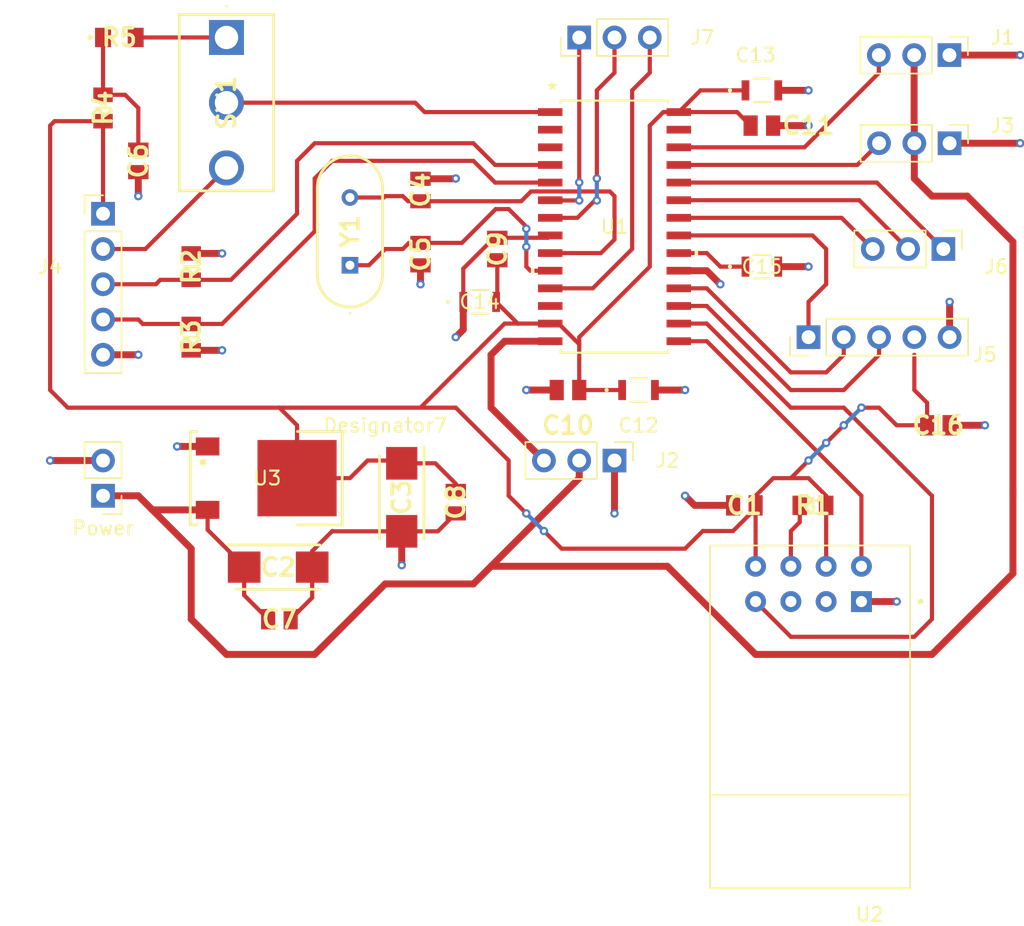
<source format=kicad_pcb>
(kicad_pcb (version 20240108) (generator "pcbnew") (generator_version "8.0")
  (layers (0 "F.Cu" signal) (31 "B.Cu" power) (34 "B.Paste" user) (35 "F.Paste" user) (36 "B.SilkS" user "B.Silkscreen") (37 "F.SilkS" user "F.Silkscreen") (38 "B.Mask" user) (39 "F.Mask" user) (44 "Edge.Cuts" user))
  (net 0 "")
  (net 1 "Net-(C3-+)")
  (net 2 "GND")
  (net 3 "Net-(C2-+)")
  (net 4 "Net-(U1-OSCI{slash}CLKI{slash}C1IND{slash}RA2)")
  (net 5 "Net-(U1-OSCO{slash}CLKO{slash}C2IND{slash}RA3)")
  (net 6 "Net-(C6-Pad2)")
  (net 7 "Net-(U1-VCAP)")
  (net 8 "Net-(J1-Pin_3)")
  (net 9 "Net-(J2-Pin_3)")
  (net 10 "Net-(J3-Pin_3)")
  (net 11 "Net-(J4-Pin_2)")
  (net 12 "Net-(J4-Pin_4)")
  (net 13 "Net-(J4-Pin_3)")
  (net 14 "/SDA")
  (net 15 "Net-(J5-Pin_1)")
  (net 16 "/SCL")
  (net 17 "Net-(J6-Pin_2)")
  (net 18 "Net-(J6-Pin_1)")
  (net 19 "Net-(J6-Pin_3)")
  (net 20 "Net-(J7-Pin_3)")
  (net 21 "Net-(J7-Pin_1)")
  (net 22 "Net-(J7-Pin_2)")
  (net 23 "Net-(U2-~{RST})")
  (net 24 "Net-(SW1-A)")
  (net 25 "Net-(U1-PGC3{slash}RP6{slash}ASCL1{slash}OCM1F{slash}RB6)")
  (net 29 "Net-(SW1-B)")
  (net 30 "Net-(U1-RP7{slash}OCM1A{slash}CTED3{slash}INT0{slash}RB7)")
  (footprint "330ohm:ERJP06D1000V" (layer "F.Cu") (at 115.475 79.11)
    (property "Reference" "R5" (at 0 0 0) (layer "F.SilkS") (effects (font (size 1.27 1.27) (thickness 0.254))))
    (property "Value" "330" (hide yes))
    (pad "1" smd rect (at -1.175 0) (size 1.15 1.4) (layers "F.Cu" "F.Paste" "F.Mask") (net 6 "Net-(C6-Pad2)"))
    (pad "2" smd rect (at 1.175 0) (size 1.15 1.4) (layers "F.Cu" "F.Paste" "F.Mask") (net 24 "Net-(SW1-A)"))
  )
  (footprint "10kohm:RESC2012X70N" (layer "F.Cu") (at 165.42 112.82 180)
    (property "Reference" "R1" (at 0 0 360) (layer "F.SilkS") (effects (font (size 1.27 1.27) (thickness 0.254))))
    (property "Value" "10k" (hide yes))
    (pad "1" smd rect (at -0.95 0 180) (size 1.05 1.4) (layers "F.Cu" "F.Paste" "F.Mask") (net 1 "Net-(C3-+)"))
    (pad "2" smd rect (at 0.95 0 180) (size 1.05 1.4) (layers "F.Cu" "F.Paste" "F.Mask") (net 23 "Net-(U2-~{RST})"))
  )
  (footprint "10uFtantalum:CAPPM6032X280N" (layer "F.Cu") (at 135.809995 112.24 -90)
    (property "Reference" "C3" (at 0 0 90) (layer "F.SilkS") (effects (font (size 1.27 1.27) (thickness 0.254))))
    (property "Value" "10u" (hide yes))
    (pad "1" smd rect (at -2.45 0) (size 2.25 2.35) (layers "F.Cu" "F.Paste" "F.Mask") (net 1 "Net-(C3-+)"))
    (pad "2" smd rect (at 2.45 0) (size 2.25 2.35) (layers "F.Cu" "F.Paste" "F.Mask") (net 2 "GND"))
  )
  (footprint "twostateswitch:SLW12768644AD" (layer "F.Cu") (at 123.19 79.11 -90)
    (property "Reference" "SW1" (at 4.7 0 90) (layer "F.SilkS") (effects (font (size 1.27 1.27) (thickness 0.254))))
    (property "Value" "SW_SPDT" (hide yes))
    (pad "1" thru_hole rect (at 0 0 270) (size 2.52 2.52) (drill 1.68) (layers "*.Cu" "*.Mask") (net 24 "Net-(SW1-A)"))
    (pad "2" thru_hole circle (at 4.7 0 270) (size 2.52 2.52) (drill 1.68) (layers "*.Cu" "*.Mask") (net 29 "Net-(SW1-B)"))
    (pad "3" thru_hole circle (at 9.4 0 270) (size 2.52 2.52) (drill 1.68) (layers "*.Cu" "*.Mask") (net 11 "Net-(J4-Pin_2)"))
  )
  (footprint "0.1uF:CAPC2012X94N" (layer "F.Cu") (at 116.84 88 90)
    (property "Reference" "C6" (at 0 0 90) (layer "F.SilkS") (effects (font (size 1.27 1.27) (thickness 0.254))))
    (property "Value" "0.1u" (hide yes))
    (pad "1" smd rect (at -0.81 0 90) (size 1.02 1.47) (layers "F.Cu" "F.Paste" "F.Mask") (net 2 "GND"))
    (pad "2" smd rect (at 0.81 0 90) (size 1.02 1.47) (layers "F.Cu" "F.Paste" "F.Mask") (net 6 "Net-(C6-Pad2)"))
  )
  (footprint "0.1uF:CAPC2012X94N" (layer "F.Cu") (at 161.74085 85.46 180)
    (property "Reference" "C11" (at -3.35915 0 360) (layer "F.SilkS") (effects (font (size 1.27 1.27) (thickness 0.254))))
    (property "Value" "0.1u" (hide yes))
    (pad "1" smd rect (at -0.81 0 180) (size 1.02 1.47) (layers "F.Cu" "F.Paste" "F.Mask") (net 2 "GND"))
    (pad "2" smd rect (at 0.81 0 180) (size 1.02 1.47) (layers "F.Cu" "F.Paste" "F.Mask") (net 1 "Net-(C3-+)"))
  )
  (footprint "10kohm:RESC2012X70N" (layer "F.Cu") (at 120.65 95.62 90)
    (property "Reference" "R2" (at 0 0 90) (layer "F.SilkS") (effects (font (size 1.27 1.27) (thickness 0.254))))
    (property "Value" "10k" (hide yes))
    (pad "1" smd rect (at -0.95 0 90) (size 1.05 1.4) (layers "F.Cu" "F.Paste" "F.Mask") (net 13 "Net-(J4-Pin_3)"))
    (pad "2" smd rect (at 0.95 0 90) (size 1.05 1.4) (layers "F.Cu" "F.Paste" "F.Mask") (net 2 "GND"))
  )
  (footprint "0.1uF:CAPC2012X94N" (layer "F.Cu") (at 147.78 104.51 180)
    (property "Reference" "C10" (at 0 -2.54 360) (layer "F.SilkS") (effects (font (size 1.27 1.27) (thickness 0.254))))
    (property "Value" "0.1u" (hide yes))
    (pad "1" smd rect (at -0.81 0 180) (size 1.02 1.47) (layers "F.Cu" "F.Paste" "F.Mask") (net 1 "Net-(C3-+)"))
    (pad "2" smd rect (at 0.81 0 180) (size 1.02 1.47) (layers "F.Cu" "F.Paste" "F.Mask") (net 2 "GND"))
  )
  (footprint "10uF:CAP_2012_TDK" (layer "F.Cu") (at 152.86 104.51)
    (property "Reference" "C12" (at 0 2.54 0) (layer "F.SilkS"))
    (property "Value" "10u")
    (pad "1" smd rect (at -1.1811 0) (size 0.5588 1.4478) (layers "F.Cu" "F.Paste" "F.Mask") (net 1 "Net-(C3-+)"))
    (pad "2" smd rect (at 1.1811 0) (size 0.5588 1.4478) (layers "F.Cu" "F.Paste" "F.Mask") (net 2 "GND"))
  )
  (footprint "Connector_PinHeader_2.54mm:PinHeader_1x03_P2.54mm_Vertical" (layer "F.Cu") (at 174.80915 94.35 -90)
    (property "Reference" "J6" (at 1.27 -3.81 180) (layer "F.SilkS"))
    (property "Value" "Conn_01x03_Pin" (hide yes))
    (pad "1" thru_hole rect (at 0 0 270) (size 1.7 1.7) (drill 1) (layers "*.Cu" "*.Mask") (net 18 "Net-(J6-Pin_1)"))
    (pad "2" thru_hole oval (at 0 2.54 270) (size 1.7 1.7) (drill 1) (layers "*.Cu" "*.Mask") (net 17 "Net-(J6-Pin_2)"))
    (pad "3" thru_hole oval (at 0 5.08 270) (size 1.7 1.7) (drill 1) (layers "*.Cu" "*.Mask") (net 19 "Net-(J6-Pin_3)"))
  )
  (footprint "10uF:CAP_2012_TDK" (layer "F.Cu") (at 141.42085 98.16)
    (property "Reference" "C14" (at 0 0 0) (layer "F.SilkS"))
    (property "Value" "10u")
    (pad "1" smd rect (at -1.1811 0) (size 0.5588 1.4478) (layers "F.Cu" "F.Paste" "F.Mask") (net 2 "GND"))
    (pad "2" smd rect (at 1.1811 0) (size 0.5588 1.4478) (layers "F.Cu" "F.Paste" "F.Mask") (net 1 "Net-(C3-+)"))
  )
  (footprint "0.1uF:CAPC2012X94N" (layer "F.Cu") (at 142.69085 94.35 90)
    (property "Reference" "C9" (at 0 0 90) (layer "F.SilkS") (effects (font (size 1.27 1.27) (thickness 0.254))))
    (property "Value" "0.1u" (hide yes))
    (pad "1" smd rect (at -0.81 0 90) (size 1.02 1.47) (layers "F.Cu" "F.Paste" "F.Mask") (net 1 "Net-(C3-+)"))
    (pad "2" smd rect (at 0.81 0 90) (size 1.02 1.47) (layers "F.Cu" "F.Paste" "F.Mask") (net 2 "GND"))
  )
  (footprint "Connector_PinHeader_2.54mm:PinHeader_1x02_P2.54mm_Vertical" (layer "F.Cu") (at 114.3 112.13 180)
    (property "Reference" "Power" (at 0 -2.33 360) (layer "F.SilkS"))
    (property "Value" "Conn_01x02_Pin")
    (pad "1" thru_hole rect (at 0 0 180) (size 1.7 1.7) (drill 1) (layers "*.Cu" "*.Mask") (net 3 "Net-(C2-+)"))
    (pad "2" thru_hole oval (at 0 2.54 180) (size 1.7 1.7) (drill 1) (layers "*.Cu" "*.Mask") (net 2 "GND"))
  )
  (footprint "crystaloscillator:830003156B" (layer "F.Cu") (at 132.08 95.52 90)
    (property "Reference" "Y1" (at 2.44 0 90) (layer "F.SilkS") (effects (font (size 1.27 1.27) (thickness 0.254))))
    (property "Value" "830003156B" (hide yes))
    (pad "1" thru_hole rect (at 0 0 90) (size 1.192 1.192) (drill 0.65) (layers "*.Cu" "*.Mask") (net 5 "Net-(U1-OSCO{slash}CLKO{slash}C2IND{slash}RA3)"))
    (pad "2" thru_hole circle (at 4.88 0 90) (size 1.192 1.192) (drill 0.65) (layers "*.Cu" "*.Mask") (net 4 "Net-(U1-OSCI{slash}CLKI{slash}C1IND{slash}RA2)"))
  )
  (footprint "10uF:CAP_2012_TDK" (layer "F.Cu") (at 161.74085 95.62)
    (property "Reference" "C15" (at 0 0 0) (layer "F.SilkS"))
    (property "Value" "10u")
    (pad "1" smd rect (at -1.1811 0) (size 0.5588 1.4478) (layers "F.Cu" "F.Paste" "F.Mask") (net 7 "Net-(U1-VCAP)"))
    (pad "2" smd rect (at 1.1811 0) (size 0.5588 1.4478) (layers "F.Cu" "F.Paste" "F.Mask") (net 2 "GND"))
  )
  (footprint "wifi:wifi" (layer "F.Cu") (at 165.1 128.06 180)
    (property "Reference" "U2" (at -4.385 -14.235 360) (layer "F.SilkS"))
    (property "Value" "ESP8266-01_ESP-01")
    (pad "1" thru_hole rect (at -3.81 8.31 180) (size 1.5 1.5) (drill 0.8) (layers "*.Cu" "*.Mask") (net 2 "GND"))
    (pad "2" thru_hole circle (at -1.27 8.31 180) (size 1.5 1.5) (drill 0.8) (layers "*.Cu" "*.Mask"))
    (pad "3" thru_hole circle (at 1.27 8.31 180) (size 1.5 1.5) (drill 0.8) (layers "*.Cu" "*.Mask"))
    (pad "4" thru_hole circle (at 3.81 8.31 180) (size 1.5 1.5) (drill 0.8) (layers "*.Cu" "*.Mask") (net 30 "Net-(U1-RP7{slash}OCM1A{slash}CTED3{slash}INT0{slash}RB7)"))
    (pad "5" thru_hole circle (at -3.81 10.85 180) (size 1.5 1.5) (drill 0.8) (layers "*.Cu" "*.Mask") (net 25 "Net-(U1-PGC3{slash}RP6{slash}ASCL1{slash}OCM1F{slash}RB6)"))
    (pad "6" thru_hole circle (at -1.27 10.85 180) (size 1.5 1.5) (drill 0.8) (layers "*.Cu" "*.Mask") (net 1 "Net-(C3-+)"))
    (pad "7" thru_hole circle (at 1.27 10.85 180) (size 1.5 1.5) (drill 0.8) (layers "*.Cu" "*.Mask") (net 23 "Net-(U2-~{RST})"))
    (pad "8" thru_hole circle (at 3.81 10.85 180) (size 1.5 1.5) (drill 0.8) (layers "*.Cu" "*.Mask") (net 1 "Net-(C3-+)"))
  )
  (footprint "Connector_PinHeader_2.54mm:PinHeader_1x03_P2.54mm_Vertical" (layer "F.Cu") (at 175.26 86.73 -90)
    (property "Reference" "J3" (at -1.27 -3.81 180) (layer "F.SilkS"))
    (property "Value" "Conn_01x03_Pin" (hide yes))
    (pad "1" thru_hole rect (at 0 0 270) (size 1.7 1.7) (drill 1) (layers "*.Cu" "*.Mask") (net 2 "GND"))
    (pad "2" thru_hole oval (at 0 2.54 270) (size 1.7 1.7) (drill 1) (layers "*.Cu" "*.Mask") (net 3 "Net-(C2-+)"))
    (pad "3" thru_hole oval (at 0 5.08 270) (size 1.7 1.7) (drill 1) (layers "*.Cu" "*.Mask") (net 10 "Net-(J3-Pin_3)"))
  )
  (footprint "10kohm:RESC2012X70N" (layer "F.Cu") (at 120.65 100.7 -90)
    (property "Reference" "R3" (at 0 0 90) (layer "F.SilkS") (effects (font (size 1.27 1.27) (thickness 0.254))))
    (property "Value" "10k" (hide yes))
    (pad "1" smd rect (at -0.95 0 270) (size 1.05 1.4) (layers "F.Cu" "F.Paste" "F.Mask") (net 12 "Net-(J4-Pin_4)"))
    (pad "2" smd rect (at 0.95 0 270) (size 1.05 1.4) (layers "F.Cu" "F.Paste" "F.Mask") (net 2 "GND"))
  )
  (footprint "10uFtantalum:CAPPM6032X280N" (layer "F.Cu") (at 126.91 117.269997)
    (property "Reference" "C2" (at 0 0 360) (layer "F.SilkS") (effects (font (size 1.27 1.27) (thickness 0.254))))
    (property "Value" "10u" (hide yes))
    (pad "1" smd rect (at -2.45 0 90) (size 2.25 2.35) (layers "F.Cu" "F.Paste" "F.Mask") (net 3 "Net-(C2-+)"))
    (pad "2" smd rect (at 2.45 0 90) (size 2.25 2.35) (layers "F.Cu" "F.Paste" "F.Mask") (net 2 "GND"))
  )
  (footprint "Connector_PinHeader_2.54mm:PinHeader_1x05_P2.54mm_Vertical" (layer "F.Cu") (at 114.3 91.81)
    (property "Reference" "J4" (at -3.81 3.81 0) (layer "F.SilkS"))
    (property "Value" "Conn_01x05_Pin")
    (pad "1" thru_hole rect (at 0 0) (size 1.7 1.7) (drill 1) (layers "*.Cu" "*.Mask") (net 1 "Net-(C3-+)"))
    (pad "2" thru_hole oval (at 0 2.54) (size 1.7 1.7) (drill 1) (layers "*.Cu" "*.Mask") (net 11 "Net-(J4-Pin_2)"))
    (pad "3" thru_hole oval (at 0 5.08) (size 1.7 1.7) (drill 1) (layers "*.Cu" "*.Mask") (net 13 "Net-(J4-Pin_3)"))
    (pad "4" thru_hole oval (at 0 7.62) (size 1.7 1.7) (drill 1) (layers "*.Cu" "*.Mask") (net 12 "Net-(J4-Pin_4)"))
    (pad "5" thru_hole oval (at 0 10.16) (size 1.7 1.7) (drill 1) (layers "*.Cu" "*.Mask") (net 2 "GND"))
  )
  (footprint "Connector_PinHeader_2.54mm:PinHeader_1x03_P2.54mm_Vertical" (layer "F.Cu") (at 151.13 109.59 -90)
    (property "Reference" "J2" (at 0 -3.81 180) (layer "F.SilkS"))
    (property "Value" "Conn_01x03_Pin" (hide yes))
    (pad "1" thru_hole rect (at 0 0 270) (size 1.7 1.7) (drill 1) (layers "*.Cu" "*.Mask") (net 2 "GND"))
    (pad "2" thru_hole oval (at 0 2.54 270) (size 1.7 1.7) (drill 1) (layers "*.Cu" "*.Mask") (net 3 "Net-(C2-+)"))
    (pad "3" thru_hole oval (at 0 5.08 270) (size 1.7 1.7) (drill 1) (layers "*.Cu" "*.Mask") (net 9 "Net-(J2-Pin_3)"))
  )
  (footprint "NDP0003B:NDP0003B" (layer "F.Cu") (at 126.129999 110.86)
    (property "Reference" "U3" (at 0 0 0) (layer "F.SilkS"))
    (property "Value" "LM1117DT-3.3/NOPB")
    (fp_text user "Designator7" (at 8.490001 -3.81 0) (layer "F.SilkS"))
    (pad "1" smd rect (at -4.299999 -2.284999 90) (size 1.3 1.699999) (layers "F.Cu" "F.Paste" "F.Mask") (net 2 "GND"))
    (pad "3" smd rect (at -4.299999 2.284999 90) (size 1.3 1.699999) (layers "F.Cu" "F.Paste" "F.Mask") (net 3 "Net-(C2-+)"))
    (pad "4" smd rect (at 2.140001 0 90) (size 5.499999 5.699998) (layers "F.Cu" "F.Paste" "F.Mask") (net 1 "Net-(C3-+)"))
  )
  (footprint "Connector_PinHeader_2.54mm:PinHeader_1x05_P2.54mm_Vertical" (layer "F.Cu") (at 165.1 100.7 90)
    (property "Reference" "J5" (at -1.27 12.7 360) (layer "F.SilkS"))
    (property "Value" "Conn_01x05_Pin" (hide yes))
    (pad "1" thru_hole rect (at 0 0 90) (size 1.7 1.7) (drill 1) (layers "*.Cu" "*.Mask") (net 15 "Net-(J5-Pin_1)"))
    (pad "2" thru_hole oval (at 0 2.54 90) (size 1.7 1.7) (drill 1) (layers "*.Cu" "*.Mask") (net 14 "/SDA"))
    (pad "3" thru_hole oval (at 0 5.08 90) (size 1.7 1.7) (drill 1) (layers "*.Cu" "*.Mask") (net 16 "/SCL"))
    (pad "4" thru_hole oval (at 0 7.62 90) (size 1.7 1.7) (drill 1) (layers "*.Cu" "*.Mask") (net 1 "Net-(C3-+)"))
    (pad "5" thru_hole oval (at 0 10.16 90) (size 1.7 1.7) (drill 1) (layers "*.Cu" "*.Mask") (net 2 "GND"))
  )
  (footprint "Connector_PinHeader_2.54mm:PinHeader_1x03_P2.54mm_Vertical" (layer "F.Cu") (at 148.59 79.11 90)
    (property "Reference" "J7" (at 0 8.875 180) (layer "F.SilkS"))
    (property "Value" "Conn_01x03_Pin" (hide yes))
    (pad "1" thru_hole rect (at 0 0 90) (size 1.7 1.7) (drill 1) (layers "*.Cu" "*.Mask") (net 21 "Net-(J7-Pin_1)"))
    (pad "2" thru_hole oval (at 0 2.54 90) (size 1.7 1.7) (drill 1) (layers "*.Cu" "*.Mask") (net 22 "Net-(J7-Pin_2)"))
    (pad "3" thru_hole oval (at 0 5.08 90) (size 1.7 1.7) (drill 1) (layers "*.Cu" "*.Mask") (net 20 "Net-(J7-Pin_3)"))
  )
  (footprint "0.1uF:CAPC2012X94N" (layer "F.Cu") (at 174.45 107.05 180)
    (property "Reference" "C16" (at 0 0 360) (layer "F.SilkS") (effects (font (size 1.27 1.27) (thickness 0.254))))
    (property "Value" "0.1u" (hide yes))
    (pad "1" smd rect (at -0.81 0 180) (size 1.02 1.47) (layers "F.Cu" "F.Paste" "F.Mask") (net 2 "GND"))
    (pad "2" smd rect (at 0.81 0 180) (size 1.02 1.47) (layers "F.Cu" "F.Paste" "F.Mask") (net 1 "Net-(C3-+)"))
  )
  (footprint "PIC24FJ64GA702-I-SO:SOIC28__SO28_MCH" (layer "F.Cu") (at 151.13 92.7387)
    (property "Reference" "U1" (at 0 0 0) (layer "F.SilkS"))
    (property "Value" "PIC24FJ64GA702-I/SO")
    (fp_text user "*" (at -4.4648 -9.8187 0) (layer "F.SilkS"))
    (fp_text user "*" (at -4.4648 -9.8187 0) (layer "F.SilkS"))
    (pad "1" smd rect (at -4.62915 -8.255) (size 1.7653 0.5588) (layers "F.Cu" "F.Paste" "F.Mask") (net 29 "Net-(SW1-B)"))
    (pad "2" smd rect (at -4.62915 -6.985) (size 1.7653 0.5588) (layers "F.Cu" "F.Paste" "F.Mask"))
    (pad "3" smd rect (at -4.62915 -5.715) (size 1.7653 0.5588) (layers "F.Cu" "F.Paste" "F.Mask"))
    (pad "4" smd rect (at -4.62915 -4.445) (size 1.7653 0.5588) (layers "F.Cu" "F.Paste" "F.Mask") (net 13 "Net-(J4-Pin_3)"))
    (pad "5" smd rect (at -4.62915 -3.175) (size 1.7653 0.5588) (layers "F.Cu" "F.Paste" "F.Mask") (net 12 "Net-(J4-Pin_4)"))
    (pad "6" smd rect (at -4.62915 -1.905) (size 1.7653 0.5588) (layers "F.Cu" "F.Paste" "F.Mask") (net 21 "Net-(J7-Pin_1)"))
    (pad "7" smd rect (at -4.62915 -0.635) (size 1.7653 0.5588) (layers "F.Cu" "F.Paste" "F.Mask") (net 22 "Net-(J7-Pin_2)"))
    (pad "8" smd rect (at -4.62915 0.635) (size 1.7653 0.5588) (layers "F.Cu" "F.Paste" "F.Mask") (net 2 "GND"))
    (pad "9" smd rect (at -4.62915 1.905) (size 1.7653 0.5588) (layers "F.Cu" "F.Paste" "F.Mask") (net 4 "Net-(U1-OSCI{slash}CLKI{slash}C1IND{slash}RA2)"))
    (pad "10" smd rect (at -4.62915 3.175) (size 1.7653 0.5588) (layers "F.Cu" "F.Paste" "F.Mask") (net 5 "Net-(U1-OSCO{slash}CLKO{slash}C2IND{slash}RA3)"))
    (pad "11" smd rect (at -4.62915 4.445) (size 1.7653 0.5588) (layers "F.Cu" "F.Paste" "F.Mask") (net 20 "Net-(J7-Pin_3)"))
    (pad "12" smd rect (at -4.62915 5.715) (size 1.7653 0.5588) (layers "F.Cu" "F.Paste" "F.Mask"))
    (pad "13" smd rect (at -4.62915 6.985) (size 1.7653 0.5588) (layers "F.Cu" "F.Paste" "F.Mask") (net 1 "Net-(C3-+)"))
    (pad "14" smd rect (at -4.62915 8.255) (size 1.7653 0.5588) (layers "F.Cu" "F.Paste" "F.Mask") (net 9 "Net-(J2-Pin_3)"))
    (pad "15" smd rect (at 4.62915 8.255) (size 1.7653 0.5588) (layers "F.Cu" "F.Paste" "F.Mask") (net 25 "Net-(U1-PGC3{slash}RP6{slash}ASCL1{slash}OCM1F{slash}RB6)"))
    (pad "16" smd rect (at 4.62915 6.985) (size 1.7653 0.5588) (layers "F.Cu" "F.Paste" "F.Mask") (net 30 "Net-(U1-RP7{slash}OCM1A{slash}CTED3{slash}INT0{slash}RB7)"))
    (pad "17" smd rect (at 4.62915 5.715) (size 1.7653 0.5588) (layers "F.Cu" "F.Paste" "F.Mask") (net 16 "/SCL"))
    (pad "18" smd rect (at 4.62915 4.445) (size 1.7653 0.5588) (layers "F.Cu" "F.Paste" "F.Mask") (net 14 "/SDA"))
    (pad "19" smd rect (at 4.62915 3.175) (size 1.7653 0.5588) (layers "F.Cu" "F.Paste" "F.Mask") (net 2 "GND"))
    (pad "20" smd rect (at 4.62915 1.905) (size 1.7653 0.5588) (layers "F.Cu" "F.Paste" "F.Mask") (net 7 "Net-(U1-VCAP)"))
    (pad "21" smd rect (at 4.62915 0.635) (size 1.7653 0.5588) (layers "F.Cu" "F.Paste" "F.Mask") (net 15 "Net-(J5-Pin_1)"))
    (pad "22" smd rect (at 4.62915 -0.635) (size 1.7653 0.5588) (layers "F.Cu" "F.Paste" "F.Mask") (net 19 "Net-(J6-Pin_3)"))
    (pad "23" smd rect (at 4.62915 -1.905) (size 1.7653 0.5588) (layers "F.Cu" "F.Paste" "F.Mask") (net 17 "Net-(J6-Pin_2)"))
    (pad "24" smd rect (at 4.62915 -3.175) (size 1.7653 0.5588) (layers "F.Cu" "F.Paste" "F.Mask") (net 18 "Net-(J6-Pin_1)"))
    (pad "25" smd rect (at 4.62915 -4.445) (size 1.7653 0.5588) (layers "F.Cu" "F.Paste" "F.Mask") (net 10 "Net-(J3-Pin_3)"))
    (pad "26" smd rect (at 4.62915 -5.715) (size 1.7653 0.5588) (layers "F.Cu" "F.Paste" "F.Mask") (net 8 "Net-(J1-Pin_3)"))
    (pad "27" smd rect (at 4.62915 -6.985) (size 1.7653 0.5588) (layers "F.Cu" "F.Paste" "F.Mask") (net 2 "GND"))
    (pad "28" smd rect (at 4.62915 -8.255) (size 1.7653 0.5588) (layers "F.Cu" "F.Paste" "F.Mask") (net 1 "Net-(C3-+)"))
  )
  (footprint "0.1uF:CAPC2012X94N" (layer "F.Cu") (at 139.7 112.59 90)
    (property "Reference" "C8" (at 0 0 90) (layer "F.SilkS") (effects (font (size 1.27 1.27) (thickness 0.254))))
    (property "Value" "0.1u" (hide yes))
    (pad "1" smd rect (at -0.81 0 90) (size 1.02 1.47) (layers "F.Cu" "F.Paste" "F.Mask") (net 2 "GND"))
    (pad "2" smd rect (at 0.81 0 90) (size 1.02 1.47) (layers "F.Cu" "F.Paste" "F.Mask") (net 1 "Net-(C3-+)"))
  )
  (footprint "10uF:CAP_2012_TDK" (layer "F.Cu") (at 161.74085 82.92)
    (property "Reference" "C13" (at -0.45085 -2.54 0) (layer "F.SilkS"))
    (property "Value" "10u")
    (pad "1" smd rect (at -1.1811 0) (size 0.5588 1.4478) (layers "F.Cu" "F.Paste" "F.Mask") (net 1 "Net-(C3-+)"))
    (pad "2" smd rect (at 1.1811 0) (size 0.5588 1.4478) (layers "F.Cu" "F.Paste" "F.Mask") (net 2 "GND"))
  )
  (footprint "0.1uF:CAPC2012X94N" (layer "F.Cu") (at 127 121.02 180)
    (property "Reference" "C7" (at 0 0 360) (layer "F.SilkS") (effects (font (size 1.27 1.27) (thickness 0.254))))
    (property "Value" "0.1u" (hide yes))
    (pad "1" smd rect (at -0.81 0 180) (size 1.02 1.47) (layers "F.Cu" "F.Paste" "F.Mask") (net 2 "GND"))
    (pad "2" smd rect (at 0.81 0 180) (size 1.02 1.47) (layers "F.Cu" "F.Paste" "F.Mask") (net 3 "Net-(C2-+)"))
  )
  (footprint "50pF:CAPC2012X140N" (layer "F.Cu") (at 137.16 94.72 -90)
    (property "Reference" "C5" (at 0 0 90) (layer "F.SilkS") (effects (font (size 1.27 1.27) (thickness 0.254))))
    (property "Value" "50p" (hide yes))
    (pad "1" smd rect (at -0.81 0 270) (size 1.02 1.47) (layers "F.Cu" "F.Paste" "F.Mask") (net 5 "Net-(U1-OSCO{slash}CLKO{slash}C2IND{slash}RA3)"))
    (pad "2" smd rect (at 0.81 0 270) (size 1.02 1.47) (layers "F.Cu" "F.Paste" "F.Mask") (net 2 "GND"))
  )
  (footprint "0.1uF:CAPC2012X94N" (layer "F.Cu") (at 160.48 112.82)
    (property "Reference" "C1" (at 0 0 0) (layer "F.SilkS") (effects (font (size 1.27 1.27) (thickness 0.254))))
    (property "Value" "0.1u" (hide yes))
    (pad "1" smd rect (at -0.81 0) (size 1.02 1.47) (layers "F.Cu" "F.Paste" "F.Mask") (net 2 "GND"))
    (pad "2" smd rect (at 0.81 0) (size 1.02 1.47) (layers "F.Cu" "F.Paste" "F.Mask") (net 1 "Net-(C3-+)"))
  )
  (footprint "Connector_PinHeader_2.54mm:PinHeader_1x03_P2.54mm_Vertical" (layer "F.Cu") (at 175.245 80.38 -90)
    (property "Reference" "J1" (at -1.27 -3.84 180) (layer "F.SilkS"))
    (property "Value" "Conn_01x03_Pin" (hide yes))
    (pad "1" thru_hole rect (at 0 0 270) (size 1.7 1.7) (drill 1) (layers "*.Cu" "*.Mask") (net 2 "GND"))
    (pad "2" thru_hole oval (at 0 2.54 270) (size 1.7 1.7) (drill 1) (layers "*.Cu" "*.Mask") (net 3 "Net-(C2-+)"))
    (pad "3" thru_hole oval (at 0 5.08 270) (size 1.7 1.7) (drill 1) (layers "*.Cu" "*.Mask") (net 8 "Net-(J1-Pin_3)"))
  )
  (footprint "50pF:CAPC2012X140N" (layer "F.Cu") (at 137.16 90.1 90)
    (property "Reference" "C4" (at 0 0 90) (layer "F.SilkS") (effects (font (size 1.27 1.27) (thickness 0.254))))
    (property "Value" "50p" (hide yes))
    (pad "1" smd rect (at -0.81 0 90) (size 1.02 1.47) (layers "F.Cu" "F.Paste" "F.Mask") (net 4 "Net-(U1-OSCI{slash}CLKI{slash}C1IND{slash}RA2)"))
    (pad "2" smd rect (at 0.81 0 90) (size 1.02 1.47) (layers "F.Cu" "F.Paste" "F.Mask") (net 2 "GND"))
  )
  (footprint "10kohm:RESC2012X70N" (layer "F.Cu") (at 114.3 84.19 90)
    (property "Reference" "R4" (at 0 0 90) (layer "F.SilkS") (effects (font (size 1.27 1.27) (thickness 0.254))))
    (property "Value" "10k" (hide yes))
    (pad "1" smd rect (at -0.95 0 90) (size 1.05 1.4) (layers "F.Cu" "F.Paste" "F.Mask") (net 1 "Net-(C3-+)"))
    (pad "2" smd rect (at 0.95 0 90) (size 1.05 1.4) (layers "F.Cu" "F.Paste" "F.Mask") (net 6 "Net-(C6-Pad2)"))
  )
  (segment (start 170.18 105.78) (end 171.45 107.05) (width 0.3) (layer "F.Cu") (net 1))
  (segment (start 147.32 115.94) (end 156.21 115.94) (width 0.3) (layer "F.Cu") (net 1))
  (segment (start 155.75915 84.4837) (end 154.6463 84.4837) (width 0.3) (layer "F.Cu") (net 1))
  (segment (start 160.93085 85.46) (end 159.95455 84.4837) (width 0.3) (layer "F.Cu") (net 1))
  (segment (start 166.37 112.13) (end 166.37 112.82) (width 0.3) (layer "F.Cu") (net 1))
  (segment (start 127 105.78) (end 137.16 105.78) (width 0.3) (layer "F.Cu") (net 1))
  (segment (start 148.59 101.2096) (end 148.59 104.51) (width 0.3) (layer "F.Cu") (net 1))
  (segment (start 111.76 105.78) (end 127 105.78) (width 0.3) (layer "F.Cu") (net 1))
  (segment (start 142.60195 98.16) (end 143.690975 99.249025) (width 0.3) (layer "F.Cu") (net 1))
  (segment (start 128.27 110.86) (end 132.08 110.86) (width 0.3) (layer "F.Cu") (net 1))
  (segment (start 114.3 85.14) (end 110.81 85.14) (width 0.3) (layer "F.Cu") (net 1))
  (segment (start 161.29 112.82) (end 161.29 112.13) (width 0.3) (layer "F.Cu") (net 1))
  (segment (start 137.16 105.78) (end 143.2163 99.7237) (width 0.3) (layer "F.Cu") (net 1))
  (segment (start 147.1041 99.7237) (end 148.59 101.2096) (width 0.3) (layer "F.Cu") (net 1))
  (segment (start 156.21 115.94) (end 157.48 114.67) (width 0.3) (layer "F.Cu") (net 1))
  (segment (start 151.6789 104.51) (end 148.59 104.51) (width 0.3) (layer "F.Cu") (net 1))
  (segment (start 157.32285 82.92) (end 155.75915 84.4837) (width 0.3) (layer "F.Cu") (net 1))
  (segment (start 137.16 105.78) (end 139.7 105.78) (width 0.3) (layer "F.Cu") (net 1))
  (segment (start 143.2163 99.7237) (end 144.16565 99.7237) (width 0.3) (layer "F.Cu") (net 1))
  (segment (start 143.51 109.59) (end 143.51 112.13) (width 0.3) (layer "F.Cu") (net 1))
  (segment (start 171.45 107.05) (end 173.64 107.05) (width 0.3) (layer "F.Cu") (net 1))
  (segment (start 114.3 91.81) (end 114.3 85.14) (width 0.3) (layer "F.Cu") (net 1))
  (segment (start 146.50085 99.7237) (end 147.1041 99.7237) (width 0.3) (layer "F.Cu") (net 1))
  (segment (start 161.29 114.67) (end 161.29 117.21) (width 0.3) (layer "F.Cu") (net 1))
  (segment (start 139.7 105.78) (end 143.51 109.59) (width 0.3) (layer "F.Cu") (net 1))
  (segment (start 143.51 112.13) (end 144.78 113.4) (width 0.3) (layer "F.Cu") (net 1))
  (segment (start 173.64 105.43) (end 172.72 104.51) (width 0.3) (layer "F.Cu") (net 1))
  (segment (start 168.91 105.78) (end 170.18 105.78) (width 0.3) (layer "F.Cu") (net 1))
  (segment (start 127 105.78) (end 128.27 107.05) (width 0.3) (layer "F.Cu") (net 1))
  (segment (start 110.49 85.46) (end 110.49 104.51) (width 0.3) (layer "F.Cu") (net 1))
  (segment (start 139.7 111.78) (end 139.7 111.26) (width 0.3) (layer "F.Cu") (net 1))
  (segment (start 159.665 114.67) (end 161.29 113.045) (width 0.3) (layer "F.Cu") (net 1))
  (segment (start 160.55975 82.92) (end 157.32285 82.92) (width 0.3) (layer "F.Cu") (net 1))
  (segment (start 163.83 110.86) (end 165.1 110.86) (width 0.3) (layer "F.Cu") (net 1))
  (segment (start 173.64 107.05) (end 173.64 105.43) (width 0.3) (layer "F.Cu") (net 1))
  (segment (start 128.27 107.05) (end 128.27 110.86) (width 0.3) (layer "F.Cu") (net 1))
  (segment (start 142.69085 98.0711) (end 142.60195 98.16) (width 0.3) (layer "F.Cu") (net 1))
  (segment (start 146.05 114.67) (end 147.32 115.94) (width 0.3) (layer "F.Cu") (net 1))
  (segment (start 110.81 85.14) (end 110.49 85.46) (width 0.3) (layer "F.Cu") (net 1))
  (segment (start 139.7 111.26) (end 138.23 109.79) (width 0.3) (layer "F.Cu") (net 1))
  (segment (start 132.08 110.86) (end 133.35 109.59) (width 0.3) (layer "F.Cu") (net 1))
  (segment (start 153.67 85.46) (end 153.67 95.62) (width 0.3) (layer "F.Cu") (net 1))
  (segment (start 110.49 104.51) (end 111.76 105.78) (width 0.3) (layer "F.Cu") (net 1))
  (segment (start 148.59 100.7) (end 148.59 101.2096) (width 0.3) (layer "F.Cu") (net 1))
  (segment (start 166.37 108.32) (end 167.64 107.05) (width 0.3) (layer "F.Cu") (net 1))
  (segment (start 133.35 109.59) (end 134.62 109.59) (width 0.3) (layer "F.Cu") (net 1))
  (segment (start 161.29 112.13) (end 162.56 110.86) (width 0.3) (layer "F.Cu") (net 1))
  (segment (start 166.37 112.82) (end 166.37 117.21) (width 0.3) (layer "F.Cu") (net 1))
  (segment (start 172.72 104.51) (end 172.72 101.97) (width 0.3) (layer "F.Cu") (net 1))
  (segment (start 163.83 110.86) (end 165.1 109.59) (width 0.3) (layer "F.Cu") (net 1))
  (segment (start 157.48 114.67) (end 159.665 114.67) (width 0.3) (layer "F.Cu") (net 1))
  (segment (start 165.1 110.86) (end 166.37 112.13) (width 0.3) (layer "F.Cu") (net 1))
  (segment (start 162.56 110.86) (end 163.83 110.86) (width 0.3) (layer "F.Cu") (net 1))
  (segment (start 153.67 95.62) (end 148.59 100.7) (width 0.3) (layer "F.Cu") (net 1))
  (segment (start 135.809995 109.79) (end 138.23 109.79) (width 0.3) (layer "F.Cu") (net 1))
  (segment (start 159.95455 84.4837) (end 155.75915 84.4837) (width 0.3) (layer "F.Cu") (net 1))
  (segment (start 143.690975 99.249025) (end 144.16565 99.7237) (width 0.3) (layer "F.Cu") (net 1))
  (segment (start 161.29 113.045) (end 161.29 112.82) (width 0.3) (layer "F.Cu") (net 1))
  (segment (start 144.16565 99.7237) (end 146.50085 99.7237) (width 0.3) (layer "F.Cu") (net 1))
  (segment (start 154.6463 84.4837) (end 153.67 85.46) (width 0.3) (layer "F.Cu") (net 1))
  (segment (start 161.29 112.82) (end 161.29 114.67) (width 0.3) (layer "F.Cu") (net 1))
  (segment (start 142.69085 95.16) (end 142.69085 98.0711) (width 0.3) (layer "F.Cu") (net 1))
  (via (at 144.78 113.4) (size 0.6) (drill 0.3) (layers "F.Cu" "B.Cu") (net 1))
  (via (at 167.64 107.05) (size 0.6) (drill 0.3) (layers "F.Cu" "B.Cu") (net 1))
  (via (at 146.05 114.67) (size 0.6) (drill 0.3) (layers "F.Cu" "B.Cu") (net 1))
  (via (at 165.1 109.59) (size 0.6) (drill 0.3) (layers "F.Cu" "B.Cu") (net 1))
  (via (at 166.37 108.32) (size 0.6) (drill 0.3) (layers "F.Cu" "B.Cu") (net 1))
  (via (at 168.91 105.78) (size 0.6) (drill 0.3) (layers "F.Cu" "B.Cu") (net 1))
  (segment (start 144.78 113.4) (end 146.05 114.67) (width 0.3) (layer "B.Cu") (net 1))
  (segment (start 165.1 109.59) (end 166.37 108.32) (width 0.3) (layer "B.Cu") (net 1))
  (segment (start 167.64 107.05) (end 168.91 105.78) (width 0.3) (layer "B.Cu") (net 1))
  (segment (start 119.635001 108.575001) (end 121.83 108.575001) (width 0.5) (layer "F.Cu") (net 2))
  (segment (start 159.67 112.82) (end 156.9 112.82) (width 0.5) (layer "F.Cu") (net 2))
  (segment (start 162.92195 95.62) (end 165.1 95.62) (width 0.5) (layer "F.Cu") (net 2))
  (segment (start 137.16 95.53) (end 137.16 95.62) (width 0.5) (layer "F.Cu") (net 2))
  (segment (start 129.36 119.47) (end 127.81 121.02) (width 0.3) (layer "F.Cu") (net 2))
  (segment (start 137.16 89.29) (end 139.68 89.29) (width 0.5) (layer "F.Cu") (net 2))
  (segment (start 122.87 94.67) (end 120.65 94.67) (width 0.5) (layer "F.Cu") (net 2))
  (segment (start 135.829995 114.67) (end 135.809995 114.69) (width 0.3) (layer "F.Cu") (net 2))
  (segment (start 139.7 113.4) (end 138.41 114.69) (width 0.3) (layer "F.Cu") (net 2))
  (segment (start 142.46585 93.54) (end 140.23975 95.7661) (width 0.3) (layer "F.Cu") (net 2))
  (segment (start 168.91 119.75) (end 171.45 119.75) (width 0.5) (layer "F.Cu") (net 2))
  (segment (start 155.75915 95.9137) (end 157.7737 95.9137) (width 0.5) (layer "F.Cu") (net 2))
  (segment (start 137.16 89.29) (end 137.16 89.27) (width 0.5) (layer "F.Cu") (net 2))
  (segment (start 146.33455 93.54) (end 146.50085 93.3737) (width 0.3) (layer "F.Cu") (net 2))
  (segment (start 162.55085 85.46) (end 165.1 85.46) (width 0.5) (layer "F.Cu") (net 2))
  (segment (start 137.16 95.53) (end 137.16 96.89) (width 0.5) (layer "F.Cu") (net 2))
  (segment (start 129.36 117.269997) (end 129.36 116.12) (width 0.3) (layer "F.Cu") (net 2))
  (segment (start 114.3 109.59) (end 110.49 109.59) (width 0.5) (layer "F.Cu") (net 2))
  (segment (start 162.92195 82.92) (end 165.1 82.92) (width 0.5) (layer "F.Cu") (net 2))
  (segment (start 175.26 107.05) (end 177.8 107.05) (width 0.5) (layer "F.Cu") (net 2))
  (segment (start 142.69085 93.54) (end 146.33455 93.54) (width 0.3) (layer "F.Cu") (net 2))
  (segment (start 175.26 86.73) (end 180.34 86.73) (width 0.5) (layer "F.Cu") (net 2))
  (segment (start 175.245 80.38) (end 180.34 80.38) (width 0.5) (layer "F.Cu") (net 2))
  (segment (start 129.36 116.12) (end 130.81 114.67) (width 0.3) (layer "F.Cu") (net 2))
  (segment (start 151.13 109.59) (end 151.13 113.4) (width 0.5) (layer "F.Cu") (net 2))
  (segment (start 135.809995 117.129995) (end 135.809995 114.69) (width 0.5) (layer "F.Cu") (net 2))
  (segment (start 138.41 114.69) (end 135.809995 114.69) (width 0.3) (layer "F.Cu") (net 2))
  (segment (start 114.3 101.97) (end 116.84 101.97) (width 0.5) (layer "F.Cu") (net 2))
  (segment (start 175.26 100.7) (end 175.26 98.16) (width 0.5) (layer "F.Cu") (net 2))
  (segment (start 140.23975 95.7661) (end 140.23975 98.16) (width 0.3) (layer "F.Cu") (net 2))
  (segment (start 140.23975 98.16) (end 140.23975 100.16025) (width 0.5) (layer "F.Cu") (net 2))
  (segment (start 139.68 89.29) (end 139.7 89.27) (width 0.5) (layer "F.Cu") (net 2))
  (segment (start 154.0411 104.51) (end 156.21 104.51) (width 0.5) (layer "F.Cu") (net 2))
  (segment (start 116.84 88.81) (end 116.84 90.54) (width 0.5) (layer "F.Cu") (net 2))
  (segment (start 129.36 117.269997) (end 129.36 119.47) (width 0.3) (layer "F.Cu") (net 2))
  (segment (start 142.69085 93.54) (end 142.46585 93.54) (width 0.3) (layer "F.Cu") (net 2))
  (segment (start 146.97 104.51) (end 144.78 104.51) (width 0.5) (layer "F.Cu") (net 2))
  (segment (start 130.81 114.67) (end 130.83 114.69) (width 0.3) (layer "F.Cu") (net 2))
  (segment (start 130.83 114.69) (end 135.809995 114.69) (width 0.3) (layer "F.Cu") (net 2))
  (segment (start 140.23975 100.16025) (end 139.7 100.7) (width 0.5) (layer "F.Cu") (net 2))
  (segment (start 156.9 112.82) (end 156.21 112.13) (width 0.5) (layer "F.Cu") (net 2))
  (segment (start 122.87 101.65) (end 120.65 101.65) (width 0.5) (layer "F.Cu") (net 2))
  (segment (start 157.7737 95.9137) (end 158.75 96.89) (width 0.5) (layer "F.Cu") (net 2))
  (via (at 171.45 119.75) (size 0.6) (drill 0.3) (layers "F.Cu" "B.Cu") (net 2))
  (via (at 165.1 95.62) (size 0.6) (drill 0.3) (layers "F.Cu" "B.Cu") (net 2))
  (via (at 175.26 98.16) (size 0.6) (drill 0.3) (layers "F.Cu" "B.Cu") (net 2))
  (via (at 139.7 89.27) (size 0.6) (drill 0.3) (layers "F.Cu" "B.Cu") (net 2))
  (via (at 122.87 94.67) (size 0.6) (drill 0.3) (layers "F.Cu" "B.Cu") (net 2))
  (via (at 151.13 113.4) (size 0.6) (drill 0.3) (layers "F.Cu" "B.Cu") (net 2))
  (via (at 122.87 101.65) (size 0.6) (drill 0.3) (layers "F.Cu" "B.Cu") (net 2))
  (via (at 177.8 107.05) (size 0.6) (drill 0.3) (layers "F.Cu" "B.Cu") (net 2))
  (via (at 137.16 96.89) (size 0.6) (drill 0.3) (layers "F.Cu" "B.Cu") (net 2))
  (via (at 110.49 109.59) (size 0.6) (drill 0.3) (layers "F.Cu" "B.Cu") (net 2))
  (via (at 158.75 96.89) (size 0.6) (drill 0.3) (layers "F.Cu" "B.Cu") (net 2))
  (via (at 165.1 82.92) (size 0.6) (drill 0.3) (layers "F.Cu" "B.Cu") (net 2))
  (via (at 116.84 90.54) (size 0.6) (drill 0.3) (layers "F.Cu" "B.Cu") (net 2))
  (via (at 135.809995 117.129995) (size 0.6) (drill 0.3) (layers "F.Cu" "B.Cu") (net 2))
  (via (at 180.34 86.73) (size 0.6) (drill 0.3) (layers "F.Cu" "B.Cu") (net 2))
  (via (at 165.1 85.46) (size 0.6) (drill 0.3) (layers "F.Cu" "B.Cu") (net 2))
  (via (at 156.21 112.13) (size 0.6) (drill 0.3) (layers "F.Cu" "B.Cu") (net 2))
  (via (at 139.7 100.7) (size 0.6) (drill 0.3) (layers "F.Cu" "B.Cu") (net 2))
  (via (at 180.34 80.38) (size 0.6) (drill 0.3) (layers "F.Cu" "B.Cu") (net 2))
  (via (at 156.21 104.51) (size 0.6) (drill 0.3) (layers "F.Cu" "B.Cu") (net 2))
  (via (at 119.635001 108.575001) (size 0.6) (drill 0.3) (layers "F.Cu" "B.Cu") (net 2))
  (via (at 144.78 104.51) (size 0.6) (drill 0.3) (layers "F.Cu" "B.Cu") (net 2))
  (via (at 116.84 101.97) (size 0.6) (drill 0.3) (layers "F.Cu" "B.Cu") (net 2))
  (segment (start 121.83 114.58) (end 124.46 117.21) (width 0.3) (layer "F.Cu") (net 3))
  (segment (start 172.72 86.73) (end 172.72 85.46) (width 0.5) (layer "F.Cu") (net 3))
  (segment (start 116.84 112.13) (end 117.854999 113.144999) (width 0.5) (layer "F.Cu") (net 3))
  (segment (start 129.54 123.56) (end 134.62 118.48) (width 0.5) (layer "F.Cu") (net 3))
  (segment (start 173.99 90.54) (end 172.72 89.27) (width 0.5) (layer "F.Cu") (net 3))
  (segment (start 114.3 112.13) (end 116.84 112.13) (width 0.5) (layer "F.Cu") (net 3))
  (segment (start 176.53 90.54) (end 173.99 90.54) (width 0.5) (layer "F.Cu") (net 3))
  (segment (start 172.72 85.46) (end 172.705 85.445) (width 0.5) (layer "F.Cu") (net 3))
  (segment (start 120.65 121.02) (end 123.19 123.56) (width 0.5) (layer "F.Cu") (net 3))
  (segment (start 124.46 119.29) (end 126.19 121.02) (width 0.3) (layer "F.Cu") (net 3))
  (segment (start 120.65 115.94) (end 120.65 121.02) (width 0.5) (layer "F.Cu") (net 3))
  (segment (start 173.99 123.56) (end 179.82 117.73) (width 0.5) (layer "F.Cu") (net 3))
  (segment (start 142.24 117.21) (end 148.59 110.86) (width 0.5) (layer "F.Cu") (net 3))
  (segment (start 172.72 89.27) (end 172.72 86.73) (width 0.5) (layer "F.Cu") (net 3))
  (segment (start 124.46 117.21) (end 124.46 117.269997) (width 0.3) (layer "F.Cu") (net 3))
  (segment (start 154.94 117.21) (end 161.29 123.56) (width 0.5) (layer "F.Cu") (net 3))
  (segment (start 179.82 93.83) (end 176.53 90.54) (width 0.5) (layer "F.Cu") (net 3))
  (segment (start 117.854999 113.144999) (end 120.65 115.94) (width 0.5) (layer "F.Cu") (net 3))
  (segment (start 142.24 117.21) (end 154.94 117.21) (width 0.5) (layer "F.Cu") (net 3))
  (segment (start 179.82 112.13) (end 179.82 93.83) (width 0.5) (layer "F.Cu") (net 3))
  (segment (start 123.19 123.56) (end 129.54 123.56) (width 0.5) (layer "F.Cu") (net 3))
  (segment (start 172.705 85.445) (end 172.705 80.38) (width 0.5) (layer "F.Cu") (net 3))
  (segment (start 117.854999 113.144999) (end 121.83 113.144999) (width 0.5) (layer "F.Cu") (net 3))
  (segment (start 121.83 114.58) (end 121.83 113.144999) (width 0.3) (layer "F.Cu") (net 3))
  (segment (start 148.59 110.86) (end 148.59 109.59) (width 0.5) (layer "F.Cu") (net 3))
  (segment (start 124.910005 117.720002) (end 124.46 117.269997) (width 0.3) (layer "F.Cu") (net 3))
  (segment (start 134.62 118.48) (end 140.97 118.48) (width 0.5) (layer "F.Cu") (net 3))
  (segment (start 179.82 112.13) (end 179.82 111.61) (width 0.5) (layer "F.Cu") (net 3))
  (segment (start 140.97 118.48) (end 142.24 117.21) (width 0.5) (layer "F.Cu") (net 3))
  (segment (start 179.82 117.73) (end 179.82 112.13) (width 0.5) (layer "F.Cu") (net 3))
  (segment (start 124.46 117.269997) (end 124.46 119.29) (width 0.3) (layer "F.Cu") (net 3))
  (segment (start 161.29 123.56) (end 173.99 123.56) (width 0.5) (layer "F.Cu") (net 3))
  (segment (start 134.62 90.54) (end 135.89 90.54) (width 0.3) (layer "F.Cu") (net 4))
  (segment (start 151.13 90.54) (end 150.7943 90.2043) (width 0.3) (layer "F.Cu") (net 4))
  (segment (start 135.89 90.54) (end 136.26 90.91) (width 0.3) (layer "F.Cu") (net 4))
  (segment (start 150.1537 94.6437) (end 146.50085 94.6437) (width 0.3) (layer "F.Cu") (net 4))
  (segment (start 145.1157 90.2043) (end 144.41 90.91) (width 0.3) (layer "F.Cu") (net 4))
  (segment (start 134.52 90.64) (end 134.62 90.54) (width 0.3) (layer "F.Cu") (net 4))
  (segment (start 136.26 90.91) (end 137.16 90.91) (width 0.3) (layer "F.Cu") (net 4))
  (segment (start 144.41 90.91) (end 137.16 90.91) (width 0.3) (layer "F.Cu") (net 4))
  (segment (start 150.1537 94.6437) (end 151.13 93.6674) (width 0.3) (layer "F.Cu") (net 4))
  (segment (start 132.08 90.64) (end 134.52 90.64) (width 0.3) (layer "F.Cu") (net 4))
  (segment (start 150.7943 90.2043) (end 145.1157 90.2043) (width 0.3) (layer "F.Cu") (net 4))
  (segment (start 151.13 93.6674) (end 151.13 90.54) (width 0.3) (layer "F.Cu") (net 4))
  (segment (start 135.89 94.35) (end 136.33 93.91) (width 0.3) (layer "F.Cu") (net 5))
  (segment (start 144.78 94.35) (end 144.78 94.04) (width 0.3) (layer "F.Cu") (net 5))
  (segment (start 140.14 93.91) (end 142.5757 91.4743) (width 0.3) (layer "F.Cu") (net 5))
  (segment (start 144.78 92.7443) (end 143.51 91.4743) (width 0.3) (layer "F.Cu") (net 5))
  (segment (start 144.78 95.62) (end 144.78 94.35) (width 0.3) (layer "F.Cu") (net 5))
  (segment (start 132.08 95.52) (end 133.45 95.52) (width 0.3) (layer "F.Cu") (net 5))
  (segment (start 134.62 94.35) (end 135.89 94.35) (width 0.3) (layer "F.Cu") (net 5))
  (segment (start 146.50085 95.9137) (end 145.0737 95.9137) (width 0.3) (layer "F.Cu") (net 5))
  (segment (start 144.78 92.89) (end 144.78 92.7443) (width 0.3) (layer "F.Cu") (net 5))
  (segment (start 133.45 95.52) (end 134.62 94.35) (width 0.3) (layer "F.Cu") (net 5))
  (segment (start 145.0737 95.9137) (end 144.78 95.62) (width 0.3) (layer "F.Cu") (net 5))
  (segment (start 144.78 94.04) (end 144.78 94.19) (width 0.3) (layer "F.Cu") (net 5))
  (segment (start 136.33 93.91) (end 137.16 93.91) (width 0.3) (layer "F.Cu") (net 5))
  (segment (start 142.5757 91.4743) (end 143.51 91.4743) (width 0.3) (layer "F.Cu") (net 5))
  (segment (start 137.16 93.91) (end 140.14 93.91) (width 0.3) (layer "F.Cu") (net 5))
  (via (at 144.78 94.19) (size 0.6) (drill 0.3) (layers "F.Cu" "B.Cu") (net 5))
  (via (at 144.78 92.89) (size 0.6) (drill 0.3) (layers "F.Cu" "B.Cu") (net 5))
  (segment (start 144.78 94.19) (end 144.78 92.89) (width 0.3) (layer "B.Cu") (net 5))
  (segment (start 116.84 87.19) (end 116.84 84.19) (width 0.3) (layer "F.Cu") (net 6))
  (segment (start 115.89 83.24) (end 114.3 83.24) (width 0.3) (layer "F.Cu") (net 6))
  (segment (start 116.84 84.19) (end 115.89 83.24) (width 0.3) (layer "F.Cu") (net 6))
  (segment (start 114.3 79.11) (end 114.3 83.24) (width 0.3) (layer "F.Cu") (net 6))
  (segment (start 158.75 95.62) (end 160.55975 95.62) (width 0.3) (layer "F.Cu") (net 7))
  (segment (start 155.75915 94.6437) (end 157.7737 94.6437) (width 0.3) (layer "F.Cu") (net 7))
  (segment (start 157.7737 94.6437) (end 158.75 95.62) (width 0.3) (layer "F.Cu") (net 7))
  (segment (start 164.8063 87.0237) (end 170.165 81.665) (width 0.3) (layer "F.Cu") (net 8))
  (segment (start 155.75915 87.0237) (end 164.8063 87.0237) (width 0.3) (layer "F.Cu") (net 8))
  (segment (start 170.165 81.665) (end 170.165 80.38) (width 0.3) (layer "F.Cu") (net 8))
  (segment (start 142.24 105.78) (end 146.05 109.59) (width 0.5) (layer "F.Cu") (net 9))
  (segment (start 143.2163 100.9937) (end 142.24 101.97) (width 0.5) (layer "F.Cu") (net 9))
  (segment (start 142.24 101.97) (end 142.24 105.78) (width 0.5) (layer "F.Cu") (net 9))
  (segment (start 146.50085 100.9937) (end 143.2163 100.9937) (width 0.5) (layer "F.Cu") (net 9))
  (segment (start 170.18 86.73) (end 168.6163 88.2937) (width 0.3) (layer "F.Cu") (net 10))
  (segment (start 168.6163 88.2937) (end 155.75915 88.2937) (width 0.3) (layer "F.Cu") (net 10))
  (segment (start 117.35 94.35) (end 114.3 94.35) (width 0.3) (layer "F.Cu") (net 11))
  (segment (start 123.19 88.51) (end 117.35 94.35) (width 0.3) (layer "F.Cu") (net 11))
  (segment (start 129.54 89.27) (end 129.54 93.08) (width 0.3) (layer "F.Cu") (net 12))
  (segment (start 117.16 99.75) (end 120.65 99.75) (width 0.3) (layer "F.Cu") (net 12))
  (segment (start 142.5337 89.5637) (end 140.97 88) (width 0.3) (layer "F.Cu") (net 12))
  (segment (start 140.97 88) (end 130.81 88) (width 0.3) (layer "F.Cu") (net 12))
  (segment (start 114.3 99.43) (end 116.84 99.43) (width 0.3) (layer "F.Cu") (net 12))
  (segment (start 122.87 99.75) (end 120.65 99.75) (width 0.3) (layer "F.Cu") (net 12))
  (segment (start 146.50085 89.5637) (end 142.5337 89.5637) (width 0.3) (layer "F.Cu") (net 12))
  (segment (start 130.81 88) (end 129.54 89.27) (width 0.3) (layer "F.Cu") (net 12))
  (segment (start 129.54 93.08) (end 122.87 99.75) (width 0.3) (layer "F.Cu") (net 12))
  (segment (start 116.84 99.43) (end 117.16 99.75) (width 0.3) (layer "F.Cu") (net 12))
  (segment (start 128.27 91.81) (end 123.51 96.57) (width 0.3) (layer "F.Cu") (net 13))
  (segment (start 140.97 86.73) (end 129.54 86.73) (width 0.3) (layer "F.Cu") (net 13))
  (segment (start 128.27 88) (end 128.27 91.81) (width 0.3) (layer "F.Cu") (net 13))
  (segment (start 129.54 86.73) (end 128.27 88) (width 0.3) (layer "F.Cu") (net 13))
  (segment (start 146.50085 88.2937) (end 142.5337 88.2937) (width 0.3) (layer "F.Cu") (net 13))
  (segment (start 118.43 96.57) (end 118.11 96.89) (width 0.3) (layer "F.Cu") (net 13))
  (segment (start 142.5337 88.2937) (end 140.97 86.73) (width 0.3) (layer "F.Cu") (net 13))
  (segment (start 118.11 96.89) (end 114.3 96.89) (width 0.3) (layer "F.Cu") (net 13))
  (segment (start 123.51 96.57) (end 120.65 96.57) (width 0.3) (layer "F.Cu") (net 13))
  (segment (start 120.65 96.57) (end 118.43 96.57) (width 0.3) (layer "F.Cu") (net 13))
  (segment (start 155.75915 97.1837) (end 157.7737 97.1837) (width 0.3) (layer "F.Cu") (net 14))
  (segment (start 157.7737 97.1837) (end 163.83 103.24) (width 0.3) (layer "F.Cu") (net 14))
  (segment (start 163.83 103.24) (end 166.37 103.24) (width 0.3) (layer "F.Cu") (net 14))
  (segment (start 166.37 103.24) (end 167.64 101.97) (width 0.3) (layer "F.Cu") (net 14))
  (segment (start 167.64 101.97) (end 167.64 100.7) (width 0.3) (layer "F.Cu") (net 14))
  (segment (start 165.3937 93.3737) (end 166.37 94.35) (width 0.3) (layer "F.Cu") (net 15))
  (segment (start 166.37 94.35) (end 166.37 96.89) (width 0.3) (layer "F.Cu") (net 15))
  (segment (start 155.75915 93.3737) (end 165.3937 93.3737) (width 0.3) (layer "F.Cu") (net 15))
  (segment (start 165.1 98.16) (end 165.1 100.7) (width 0.3) (layer "F.Cu") (net 15))
  (segment (start 166.37 96.89) (end 165.1 98.16) (width 0.3) (layer "F.Cu") (net 15))
  (segment (start 155.75915 98.4537) (end 156.3512 98.4537) (width 0.3) (layer "F.Cu") (net 16))
  (segment (start 170.18 101.97) (end 167.64 104.51) (width 0.3) (layer "F.Cu") (net 16))
  (segment (start 163.83 104.51) (end 157.7737 98.4537) (width 0.3) (layer "F.Cu") (net 16))
  (segment (start 167.64 104.51) (end 163.83 104.51) (width 0.3) (layer "F.Cu") (net 16))
  (segment (start 157.7737 98.4537) (end 155.75915 98.4537) (width 0.3) (layer "F.Cu") (net 16))
  (segment (start 170.18 100.7) (end 170.18 101.97) (width 0.3) (layer "F.Cu") (net 16))
  (segment (start 172.26915 94.35) (end 168.75285 90.8337) (width 0.3) (layer "F.Cu") (net 17))
  (segment (start 168.75285 90.8337) (end 155.75915 90.8337) (width 0.3) (layer "F.Cu") (net 17))
  (segment (start 174.80915 94.35) (end 170.02285 89.5637) (width 0.3) (layer "F.Cu") (net 18))
  (segment (start 170.02285 89.5637) (end 155.75915 89.5637) (width 0.3) (layer "F.Cu") (net 18))
  (segment (start 155.75915 92.1037) (end 167.48285 92.1037) (width 0.3) (layer "F.Cu") (net 19))
  (segment (start 167.48285 92.1037) (end 169.72915 94.35) (width 0.3) (layer "F.Cu") (net 19))
  (segment (start 152.4 82.92) (end 153.67 81.65) (width 0.3) (layer "F.Cu") (net 20))
  (segment (start 149.5663 97.1837) (end 152.4 94.35) (width 0.3) (layer "F.Cu") (net 20))
  (segment (start 153.67 81.65) (end 153.67 79.11) (width 0.3) (layer "F.Cu") (net 20))
  (segment (start 152.4 94.35) (end 152.4 82.92) (width 0.3) (layer "F.Cu") (net 20))
  (segment (start 146.50085 97.1837) (end 149.5663 97.1837) (width 0.3) (layer "F.Cu") (net 20))
  (segment (start 146.52145 90.8543) (end 146.50085 90.8337) (width 0.3) (layer "F.Cu") (net 21))
  (segment (start 148.59 90.8543) (end 146.52145 90.8543) (width 0.3) (layer "F.Cu") (net 21))
  (segment (start 148.59 89.27) (end 148.59 89.5543) (width 0.3) (layer "F.Cu") (net 21))
  (segment (start 148.59 79.11) (end 148.59 89.27) (width 0.3) (layer "F.Cu") (net 21))
  (via (at 148.59 89.5543) (size 0.6) (drill 0.3) (layers "F.Cu" "B.Cu") (net 21))
  (via (at 148.59 90.8543) (size 0.6) (drill 0.3) (layers "F.Cu" "B.Cu") (net 21))
  (segment (start 148.59 89.5543) (end 148.59 90.8543) (width 0.3) (layer "B.Cu") (net 21))
  (segment (start 149.86 82.92) (end 149.86 89.27) (width 0.3) (layer "F.Cu") (net 22))
  (segment (start 149.86 90.7043) (end 149.86 90.8543) (width 0.3) (layer "F.Cu") (net 22))
  (segment (start 146.50085 92.1037) (end 148.4606 92.1037) (width 0.3) (layer "F.Cu") (net 22))
  (segment (start 151.13 79.11) (end 151.13 81.65) (width 0.3) (layer "F.Cu") (net 22))
  (segment (start 148.4606 92.1037) (end 149.86 90.7043) (width 0.3) (layer "F.Cu") (net 22))
  (segment (start 151.13 81.65) (end 149.86 82.92) (width 0.3) (layer "F.Cu") (net 22))
  (via (at 149.86 90.8543) (size 0.6) (drill 0.3) (layers "F.Cu" "B.Cu") (net 22))
  (via (at 149.86 89.27) (size 0.6) (drill 0.3) (layers "F.Cu" "B.Cu") (net 22))
  (segment (start 149.86 90.8543) (end 149.86 89.27) (width 0.3) (layer "B.Cu") (net 22))
  (segment (start 164.47 114.03) (end 164.47 112.82) (width 0.3) (layer "F.Cu") (net 23))
  (segment (start 163.83 117.21) (end 163.83 114.67) (width 0.3) (layer "F.Cu") (net 23))
  (segment (start 163.83 114.67) (end 164.47 114.03) (width 0.3) (layer "F.Cu") (net 23))
  (segment (start 116.65 79.11) (end 123.19 79.11) (width 0.3) (layer "F.Cu") (net 24))
  (segment (start 155.75915 100.9937) (end 157.7737 100.9937) (width 0.3) (layer "F.Cu") (net 25))
  (segment (start 168.91 112.13) (end 168.91 117.21) (width 0.3) (layer "F.Cu") (net 25))
  (segment (start 157.7737 100.9937) (end 168.91 112.13) (width 0.3) (layer "F.Cu") (net 25))
  (segment (start 123.19 83.81) (end 136.78 83.81) (width 0.3) (layer "F.Cu") (net 29))
  (segment (start 137.4537 84.4837) (end 146.50085 84.4837) (width 0.3) (layer "F.Cu") (net 29))
  (segment (start 136.78 83.81) (end 137.4537 84.4837) (width 0.3) (layer "F.Cu") (net 29))
  (segment (start 172.72 122.29) (end 173.99 121.02) (width 0.3) (layer "F.Cu") (net 30))
  (segment (start 173.99 121.02) (end 173.99 112.13) (width 0.3) (layer "F.Cu") (net 30))
  (segment (start 157.7737 99.7237) (end 155.75915 99.7237) (width 0.3) (layer "F.Cu") (net 30))
  (segment (start 167.64 105.78) (end 163.83 105.78) (width 0.3) (layer "F.Cu") (net 30))
  (segment (start 163.83 105.78) (end 157.7737 99.7237) (width 0.3) (layer "F.Cu") (net 30))
  (segment (start 173.99 112.13) (end 167.64 105.78) (width 0.3) (layer "F.Cu") (net 30))
  (segment (start 161.29 119.75) (end 163.83 122.29) (width 0.3) (layer "F.Cu") (net 30))
  (segment (start 163.83 122.29) (end 172.72 122.29) (width 0.3) (layer "F.Cu") (net 30))
)
</source>
